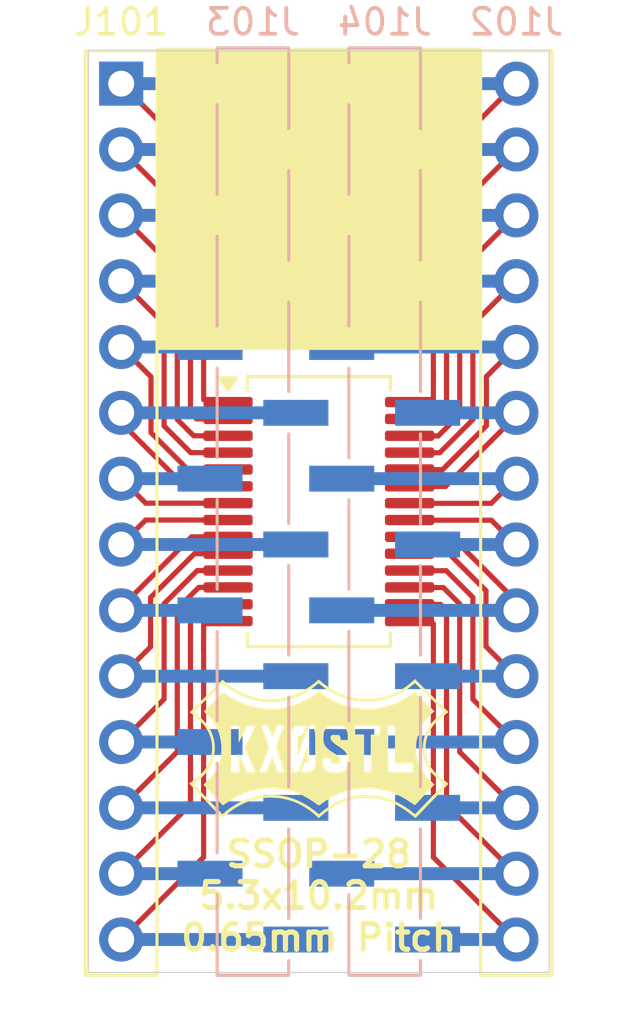
<source format=kicad_pcb>
(kicad_pcb (version 20241229) (generator "pcbnew") (generator_version "9.0")
  (layers (0 "F.Cu" signal) (2 "B.Cu" signal) (13 "F.Paste" user) (15 "B.Paste" user) (5 "F.SilkS" user "F.Silkscreen") (7 "B.SilkS" user "B.Silkscreen") (1 "F.Mask" user) (3 "B.Mask" user) (25 "Edge.Cuts" user))
  (net 0 "")
  (net 1 "/27")
  (net 2 "/10")
  (net 3 "/3")
  (net 4 "/6")
  (net 5 "/8")
  (net 6 "/1")
  (net 7 "/7")
  (net 8 "/28")
  (net 9 "/2")
  (net 10 "/24")
  (net 11 "/23")
  (net 12 "/19")
  (net 13 "/20")
  (net 14 "/18")
  (net 15 "/9")
  (net 16 "/14")
  (net 17 "/26")
  (net 18 "/21")
  (net 19 "/16")
  (net 20 "/15")
  (net 21 "/25")
  (net 22 "/17")
  (net 23 "/5")
  (net 24 "/4")
  (net 25 "/13")
  (net 26 "/12")
  (net 27 "/11")
  (net 28 "/22")
  (footprint "Connector_PinHeader_2.54mm:PinHeader_1x14_P2.54mm_Vertical" (layer "F.Cu") (at 123.952 86.614)
    (property "Reference" "J101" (at 0 -2.38 0) (layer "F.SilkS"))
    (property "Value" "Conn_01x26")
    (pad "1" thru_hole rect (at 0 0) (size 1.7 1.7) (drill 1) (layers "*.Cu" "*.Mask") (net 6 "/1"))
    (pad "2" thru_hole circle (at 0 2.54) (size 1.7 1.7) (drill 1) (layers "*.Cu" "*.Mask") (net 9 "/2"))
    (pad "3" thru_hole circle (at 0 5.08) (size 1.7 1.7) (drill 1) (layers "*.Cu" "*.Mask") (net 3 "/3"))
    (pad "4" thru_hole circle (at 0 7.62) (size 1.7 1.7) (drill 1) (layers "*.Cu" "*.Mask") (net 24 "/4"))
    (pad "5" thru_hole circle (at 0 10.16) (size 1.7 1.7) (drill 1) (layers "*.Cu" "*.Mask") (net 23 "/5"))
    (pad "6" thru_hole circle (at 0 12.7) (size 1.7 1.7) (drill 1) (layers "*.Cu" "*.Mask") (net 4 "/6"))
    (pad "7" thru_hole circle (at 0 15.24) (size 1.7 1.7) (drill 1) (layers "*.Cu" "*.Mask") (net 7 "/7"))
    (pad "8" thru_hole circle (at 0 17.78) (size 1.7 1.7) (drill 1) (layers "*.Cu" "*.Mask") (net 5 "/8"))
    (pad "9" thru_hole circle (at 0 20.32) (size 1.7 1.7) (drill 1) (layers "*.Cu" "*.Mask") (net 15 "/9"))
    (pad "10" thru_hole circle (at 0 22.86) (size 1.7 1.7) (drill 1) (layers "*.Cu" "*.Mask") (net 2 "/10"))
    (pad "11" thru_hole circle (at 0 25.4) (size 1.7 1.7) (drill 1) (layers "*.Cu" "*.Mask") (net 27 "/11"))
    (pad "12" thru_hole circle (at 0 27.94) (size 1.7 1.7) (drill 1) (layers "*.Cu" "*.Mask") (net 26 "/12"))
    (pad "13" thru_hole circle (at 0 30.48) (size 1.7 1.7) (drill 1) (layers "*.Cu" "*.Mask") (net 25 "/13"))
    (pad "14" thru_hole circle (at 0 33.02) (size 1.7 1.7) (drill 1) (layers "*.Cu" "*.Mask") (net 16 "/14"))
  )
  (footprint "Package_SO:SSOP-28_5.3x10.2mm_P0.65mm" (layer "F.Cu") (at 131.572 103.124)
    (property "Reference" "U101" (hide yes))
    (property "Value" "SSOP-28")
    (pad "1" smd roundrect (at -3.5 -4.225) (size 1.9 0.4) (layers "F.Cu" "F.Mask" "F.Paste") (net 6 "/1"))
    (pad "2" smd roundrect (at -3.5 -3.575) (size 1.9 0.4) (layers "F.Cu" "F.Mask" "F.Paste") (net 9 "/2"))
    (pad "3" smd roundrect (at -3.5 -2.925) (size 1.9 0.4) (layers "F.Cu" "F.Mask" "F.Paste") (net 3 "/3"))
    (pad "4" smd roundrect (at -3.5 -2.275) (size 1.9 0.4) (layers "F.Cu" "F.Mask" "F.Paste") (net 24 "/4"))
    (pad "5" smd roundrect (at -3.5 -1.625) (size 1.9 0.4) (layers "F.Cu" "F.Mask" "F.Paste") (net 23 "/5"))
    (pad "6" smd roundrect (at -3.5 -0.975) (size 1.9 0.4) (layers "F.Cu" "F.Mask" "F.Paste") (net 4 "/6"))
    (pad "7" smd roundrect (at -3.5 -0.325) (size 1.9 0.4) (layers "F.Cu" "F.Mask" "F.Paste") (net 7 "/7"))
    (pad "8" smd roundrect (at -3.5 0.325) (size 1.9 0.4) (layers "F.Cu" "F.Mask" "F.Paste") (net 5 "/8"))
    (pad "9" smd roundrect (at -3.5 0.975) (size 1.9 0.4) (layers "F.Cu" "F.Mask" "F.Paste") (net 15 "/9"))
    (pad "10" smd roundrect (at -3.5 1.625) (size 1.9 0.4) (layers "F.Cu" "F.Mask" "F.Paste") (net 2 "/10"))
    (pad "11" smd roundrect (at -3.5 2.275) (size 1.9 0.4) (layers "F.Cu" "F.Mask" "F.Paste") (net 27 "/11"))
    (pad "12" smd roundrect (at -3.5 2.925) (size 1.9 0.4) (layers "F.Cu" "F.Mask" "F.Paste") (net 26 "/12"))
    (pad "13" smd roundrect (at -3.5 3.575) (size 1.9 0.4) (layers "F.Cu" "F.Mask" "F.Paste") (net 25 "/13"))
    (pad "14" smd roundrect (at -3.5 4.225) (size 1.9 0.4) (layers "F.Cu" "F.Mask" "F.Paste") (net 16 "/14"))
    (pad "15" smd roundrect (at 3.5 4.225) (size 1.9 0.4) (layers "F.Cu" "F.Mask" "F.Paste") (net 20 "/15"))
    (pad "16" smd roundrect (at 3.5 3.575) (size 1.9 0.4) (layers "F.Cu" "F.Mask" "F.Paste") (net 19 "/16"))
    (pad "17" smd roundrect (at 3.5 2.925) (size 1.9 0.4) (layers "F.Cu" "F.Mask" "F.Paste") (net 22 "/17"))
    (pad "18" smd roundrect (at 3.5 2.275) (size 1.9 0.4) (layers "F.Cu" "F.Mask" "F.Paste") (net 14 "/18"))
    (pad "19" smd roundrect (at 3.5 1.625) (size 1.9 0.4) (layers "F.Cu" "F.Mask" "F.Paste") (net 12 "/19"))
    (pad "20" smd roundrect (at 3.5 0.975) (size 1.9 0.4) (layers "F.Cu" "F.Mask" "F.Paste") (net 13 "/20"))
    (pad "21" smd roundrect (at 3.5 0.325) (size 1.9 0.4) (layers "F.Cu" "F.Mask" "F.Paste") (net 18 "/21"))
    (pad "22" smd roundrect (at 3.5 -0.325) (size 1.9 0.4) (layers "F.Cu" "F.Mask" "F.Paste") (net 28 "/22"))
    (pad "23" smd roundrect (at 3.5 -0.975) (size 1.9 0.4) (layers "F.Cu" "F.Mask" "F.Paste") (net 11 "/23"))
    (pad "24" smd roundrect (at 3.5 -1.625) (size 1.9 0.4) (layers "F.Cu" "F.Mask" "F.Paste") (net 10 "/24"))
    (pad "25" smd roundrect (at 3.5 -2.275) (size 1.9 0.4) (layers "F.Cu" "F.Mask" "F.Paste") (net 21 "/25"))
    (pad "26" smd roundrect (at 3.5 -2.925) (size 1.9 0.4) (layers "F.Cu" "F.Mask" "F.Paste") (net 17 "/26"))
    (pad "27" smd roundrect (at 3.5 -3.575) (size 1.9 0.4) (layers "F.Cu" "F.Mask" "F.Paste") (net 1 "/27"))
    (pad "28" smd roundrect (at 3.5 -4.225) (size 1.9 0.4) (layers "F.Cu" "F.Mask" "F.Paste") (net 8 "/28"))
  )
  (footprint "libraries:Logo_10mm_inv" (layer "F.Cu") (at 131.572 112.268)
    (property "Reference" "G***" (hide yes))
    (property "Value" "LOGO" (hide yes))
  )
  (footprint "Connector_PinHeader_2.54mm:PinHeader_1x14_P2.54mm_Vertical_SMD_Pin1Right" (layer "B.Cu") (at 129.032 103.124 180)
    (property "Reference" "J103" (at 0 18.89 0) (layer "B.SilkS") (effects (justify mirror)))
    (property "Value" "Conn_01x26")
    (pad "1" smd rect (at 1.655 16.51 180) (size 2.51 1) (layers "B.Cu" "B.Mask" "B.Paste") (net 6 "/1"))
    (pad "2" smd rect (at -1.655 13.97 180) (size 2.51 1) (layers "B.Cu" "B.Mask" "B.Paste") (net 9 "/2"))
    (pad "3" smd rect (at 1.655 11.43 180) (size 2.51 1) (layers "B.Cu" "B.Mask" "B.Paste") (net 3 "/3"))
    (pad "4" smd rect (at -1.655 8.89 180) (size 2.51 1) (layers "B.Cu" "B.Mask" "B.Paste") (net 24 "/4"))
    (pad "5" smd rect (at 1.655 6.35 180) (size 2.51 1) (layers "B.Cu" "B.Mask" "B.Paste") (net 23 "/5"))
    (pad "6" smd rect (at -1.655 3.81 180) (size 2.51 1) (layers "B.Cu" "B.Mask" "B.Paste") (net 4 "/6"))
    (pad "7" smd rect (at 1.655 1.27 180) (size 2.51 1) (layers "B.Cu" "B.Mask" "B.Paste") (net 7 "/7"))
    (pad "8" smd rect (at -1.655 -1.27 180) (size 2.51 1) (layers "B.Cu" "B.Mask" "B.Paste") (net 5 "/8"))
    (pad "9" smd rect (at 1.655 -3.81 180) (size 2.51 1) (layers "B.Cu" "B.Mask" "B.Paste") (net 15 "/9"))
    (pad "10" smd rect (at -1.655 -6.35 180) (size 2.51 1) (layers "B.Cu" "B.Mask" "B.Paste") (net 2 "/10"))
    (pad "11" smd rect (at 1.655 -8.89 180) (size 2.51 1) (layers "B.Cu" "B.Mask" "B.Paste") (net 27 "/11"))
    (pad "12" smd rect (at -1.655 -11.43 180) (size 2.51 1) (layers "B.Cu" "B.Mask" "B.Paste") (net 26 "/12"))
    (pad "13" smd rect (at 1.655 -13.97 180) (size 2.51 1) (layers "B.Cu" "B.Mask" "B.Paste") (net 25 "/13"))
    (pad "14" smd rect (at -1.655 -16.51 180) (size 2.51 1) (layers "B.Cu" "B.Mask" "B.Paste") (net 16 "/14"))
  )
  (footprint "Connector_PinHeader_2.54mm:PinHeader_1x14_P2.54mm_Vertical_SMD_Pin1Right" (layer "B.Cu") (at 134.112 103.124 180)
    (property "Reference" "J104" (at 0 18.89 0) (layer "B.SilkS") (effects (justify mirror)))
    (property "Value" "Conn_01x26")
    (pad "1" smd rect (at 1.655 16.51 180) (size 2.51 1) (layers "B.Cu" "B.Mask" "B.Paste") (net 8 "/28"))
    (pad "2" smd rect (at -1.655 13.97 180) (size 2.51 1) (layers "B.Cu" "B.Mask" "B.Paste") (net 1 "/27"))
    (pad "3" smd rect (at 1.655 11.43 180) (size 2.51 1) (layers "B.Cu" "B.Mask" "B.Paste") (net 17 "/26"))
    (pad "4" smd rect (at -1.655 8.89 180) (size 2.51 1) (layers "B.Cu" "B.Mask" "B.Paste") (net 21 "/25"))
    (pad "5" smd rect (at 1.655 6.35 180) (size 2.51 1) (layers "B.Cu" "B.Mask" "B.Paste") (net 10 "/24"))
    (pad "6" smd rect (at -1.655 3.81 180) (size 2.51 1) (layers "B.Cu" "B.Mask" "B.Paste") (net 11 "/23"))
    (pad "7" smd rect (at 1.655 1.27 180) (size 2.51 1) (layers "B.Cu" "B.Mask" "B.Paste") (net 28 "/22"))
    (pad "8" smd rect (at -1.655 -1.27 180) (size 2.51 1) (layers "B.Cu" "B.Mask" "B.Paste") (net 18 "/21"))
    (pad "9" smd rect (at 1.655 -3.81 180) (size 2.51 1) (layers "B.Cu" "B.Mask" "B.Paste") (net 13 "/20"))
    (pad "10" smd rect (at -1.655 -6.35 180) (size 2.51 1) (layers "B.Cu" "B.Mask" "B.Paste") (net 12 "/19"))
    (pad "11" smd rect (at 1.655 -8.89 180) (size 2.51 1) (layers "B.Cu" "B.Mask" "B.Paste") (net 14 "/18"))
    (pad "12" smd rect (at -1.655 -11.43 180) (size 2.51 1) (layers "B.Cu" "B.Mask" "B.Paste") (net 22 "/17"))
    (pad "13" smd rect (at 1.655 -13.97 180) (size 2.51 1) (layers "B.Cu" "B.Mask" "B.Paste") (net 19 "/16"))
    (pad "14" smd rect (at -1.655 -16.51 180) (size 2.51 1) (layers "B.Cu" "B.Mask" "B.Paste") (net 20 "/15"))
  )
  (footprint "Connector_PinHeader_2.54mm:PinHeader_1x14_P2.54mm_Vertical" (layer "B.Cu") (at 139.192 86.614 180)
    (property "Reference" "J102" (at 0 2.38 0) (layer "B.SilkS") (effects (justify mirror)))
    (property "Value" "Conn_01x26")
    (pad "1" thru_hole circle (at 0 0 180) (size 1.7 1.7) (drill 1) (layers "*.Cu" "*.Mask") (net 8 "/28"))
    (pad "2" thru_hole circle (at 0 -2.54 180) (size 1.7 1.7) (drill 1) (layers "*.Cu" "*.Mask") (net 1 "/27"))
    (pad "3" thru_hole circle (at 0 -5.08 180) (size 1.7 1.7) (drill 1) (layers "*.Cu" "*.Mask") (net 17 "/26"))
    (pad "4" thru_hole circle (at 0 -7.62 180) (size 1.7 1.7) (drill 1) (layers "*.Cu" "*.Mask") (net 21 "/25"))
    (pad "5" thru_hole circle (at 0 -10.16 180) (size 1.7 1.7) (drill 1) (layers "*.Cu" "*.Mask") (net 10 "/24"))
    (pad "6" thru_hole circle (at 0 -12.7 180) (size 1.7 1.7) (drill 1) (layers "*.Cu" "*.Mask") (net 11 "/23"))
    (pad "7" thru_hole circle (at 0 -15.24 180) (size 1.7 1.7) (drill 1) (layers "*.Cu" "*.Mask") (net 28 "/22"))
    (pad "8" thru_hole circle (at 0 -17.78 180) (size 1.7 1.7) (drill 1) (layers "*.Cu" "*.Mask") (net 18 "/21"))
    (pad "9" thru_hole circle (at 0 -20.32 180) (size 1.7 1.7) (drill 1) (layers "*.Cu" "*.Mask") (net 13 "/20"))
    (pad "10" thru_hole circle (at 0 -22.86 180) (size 1.7 1.7) (drill 1) (layers "*.Cu" "*.Mask") (net 12 "/19"))
    (pad "11" thru_hole circle (at 0 -25.4 180) (size 1.7 1.7) (drill 1) (layers "*.Cu" "*.Mask") (net 14 "/18"))
    (pad "12" thru_hole circle (at 0 -27.94 180) (size 1.7 1.7) (drill 1) (layers "*.Cu" "*.Mask") (net 22 "/17"))
    (pad "13" thru_hole circle (at 0 -30.48 180) (size 1.7 1.7) (drill 1) (layers "*.Cu" "*.Mask") (net 19 "/16"))
    (pad "14" thru_hole circle (at 0 -33.02 180) (size 1.7 1.7) (drill 1) (layers "*.Cu" "*.Mask") (net 20 "/15"))
  )
  (gr_rect (start 125.349 85.2805) (end 137.795 96.8375) (stroke (width 0.1)) (fill yes) (layer "F.SilkS"))
  (gr_rect (start 122.682 85.344) (end 140.462 120.904) (stroke (width 0.05)) (fill no) (layer "Edge.Cuts"))
  (gr_text "SSOP-28\n5.3x10.2mm\n0.65mm Pitch" (at 131.572 120.142 0) (layer "F.SilkS") (effects (font (size 1 1) (thickness 0.2) (bold yes)) (justify bottom)))
  (segment (start 136.261845 99.555049) (end 136.496845 99.320049) (width 0.2) (layer "F.Cu") (net 1))
  (segment (start 136.496845 99.320049) (end 136.496845 91.831049) (width 0.2) (layer "F.Cu") (net 1))
  (segment (start 136.496845 91.831049) (end 139.167845 89.160049) (width 0.2) (layer "F.Cu") (net 1))
  (segment (start 135.170845 99.55505) (end 136.261845 99.555049) (width 0.2) (layer "F.Cu") (net 1))
  (segment (start 139.192 89.154) (end 135.767 89.154) (width 0.5) (layer "B.Cu") (net 1))
  (segment (start 127.949 104.749) (end 126.776 104.749) (width 0.2) (layer "F.Cu") (net 2))
  (segment (start 125.084673 108.341327) (end 125.084673 106.440327) (width 0.2) (layer "F.Cu") (net 2))
  (segment (start 123.952 109.474) (end 125.084673 108.341327) (width 0.2) (layer "F.Cu") (net 2))
  (segment (start 126.776 104.749) (end 125.099 106.426) (width 0.2) (layer "F.Cu") (net 2))
  (segment (start 123.952 109.474) (end 130.687 109.474) (width 0.5) (layer "B.Cu") (net 2))
  (segment (start 126.746 100.199) (end 126.115 99.568) (width 0.2) (layer "F.Cu") (net 3))
  (segment (start 126.115 99.568) (end 126.115 93.857) (width 0.2) (layer "F.Cu") (net 3))
  (segment (start 127.949 100.199) (end 126.746 100.199) (width 0.2) (layer "F.Cu") (net 3))
  (segment (start 126.115 93.857) (end 123.952 91.694) (width 0.2) (layer "F.Cu") (net 3))
  (segment (start 123.952 91.694) (end 127.377 91.694) (width 0.5) (layer "B.Cu") (net 3))
  (segment (start 123.952 99.691) (end 123.952 99.314) (width 0.2) (layer "F.Cu") (net 4))
  (segment (start 126.41 102.149) (end 123.952 99.691) (width 0.2) (layer "F.Cu") (net 4))
  (segment (start 127.949 102.149) (end 126.41 102.149) (width 0.2) (layer "F.Cu") (net 4))
  (segment (start 130.687 99.314) (end 123.952 99.314) (width 0.5) (layer "B.Cu") (net 4))
  (segment (start 127.949 103.449) (end 124.897 103.449) (width 0.2) (layer "F.Cu") (net 5))
  (segment (start 124.897 103.449) (end 123.952 104.394) (width 0.2) (layer "F.Cu") (net 5))
  (segment (start 123.952 104.394) (end 130.687 104.394) (width 0.5) (layer "B.Cu") (net 5))
  (segment (start 127.131 89.793) (end 123.952 86.614) (width 0.2) (layer "F.Cu") (net 6))
  (segment (start 127.131 97.536) (end 127.131 89.793) (width 0.2) (layer "F.Cu") (net 6))
  (segment (start 127.131 97.536) (end 127.131 98.806) (width 0.2) (layer "F.Cu") (net 6))
  (segment (start 127.377 86.614) (end 123.952 86.614) (width 0.5) (layer "B.Cu") (net 6))
  (segment (start 127.949 102.799) (end 124.897 102.799) (width 0.2) (layer "F.Cu") (net 7))
  (segment (start 124.897 102.799) (end 123.952 101.854) (width 0.2) (layer "F.Cu") (net 7))
  (segment (start 127.377 101.854) (end 123.952 101.854) (width 0.5) (layer "B.Cu") (net 7))
  (segment (start 135.988845 97.796049) (end 135.988845 98.812049) (width 0.2) (layer "F.Cu") (net 8))
  (segment (start 135.988845 98.087049) (end 135.988845 97.796049) (width 0.2) (layer "F.Cu") (net 8))
  (segment (start 135.988845 97.796049) (end 135.988845 89.799049) (width 0.2) (layer "F.Cu") (net 8))
  (segment (start 135.988845 89.799049) (end 139.167845 86.620049) (width 0.2) (layer "F.Cu") (net 8))
  (segment (start 132.457 86.614) (end 139.192 86.614) (width 0.5) (layer "B.Cu") (net 8))
  (segment (start 126.858 99.549) (end 126.623 99.314) (width 0.2) (layer "F.Cu") (net 9))
  (segment (start 126.623 99.314) (end 126.623 91.825) (width 0.2) (layer "F.Cu") (net 9))
  (segment (start 126.623 91.825) (end 123.952 89.154) (width 0.2) (layer "F.Cu") (net 9))
  (segment (start 127.949 99.549) (end 126.858 99.549) (width 0.2) (layer "F.Cu") (net 9))
  (segment (start 130.687 89.154) (end 123.952 89.154) (width 0.5) (layer "B.Cu") (net 9))
  (segment (start 138.035172 97.912722) (end 138.035172 99.813722) (width 0.2) (layer "F.Cu") (net 10))
  (segment (start 136.343845 101.505049) (end 138.020845 99.828049) (width 0.2) (layer "F.Cu") (net 10))
  (segment (start 139.167845 96.780049) (end 138.035172 97.912722) (width 0.2) (layer "F.Cu") (net 10))
  (segment (start 135.170845 101.505049) (end 136.343845 101.505049) (width 0.2) (layer "F.Cu") (net 10))
  (segment (start 132.457 96.774) (end 139.192 96.774) (width 0.5) (layer "B.Cu") (net 10))
  (segment (start 136.455845 102.155049) (end 139.167845 99.443049) (width 0.2) (layer "F.Cu") (net 11))
  (segment (start 139.167845 99.443049) (end 139.167845 99.320049) (width 0.2) (layer "F.Cu") (net 11))
  (segment (start 135.170845 102.155049) (end 136.455845 102.155049) (width 0.2) (layer "F.Cu") (net 11))
  (segment (start 135.767 99.314) (end 139.192 99.314) (width 0.5) (layer "B.Cu") (net 11))
  (segment (start 138.017845 108.33005) (end 139.167845 109.480049) (width 0.2) (layer "F.Cu") (net 12))
  (segment (start 135.170845 104.755049) (end 136.597845 104.755049) (width 0.2) (layer "F.Cu") (net 12))
  (segment (start 138.017845 106.175048) (end 138.017845 108.33005) (width 0.2) (layer "F.Cu") (net 12))
  (segment (start 136.597845 104.755049) (end 138.017845 106.175048) (width 0.2) (layer "F.Cu") (net 12))
  (segment (start 135.767 109.474) (end 139.192 109.474) (width 0.5) (layer "B.Cu") (net 12))
  (segment (start 135.170845 104.105048) (end 136.709845 104.105049) (width 0.2) (layer "F.Cu") (net 13))
  (segment (start 136.709845 104.105049) (end 139.167845 106.563049) (width 0.2) (layer "F.Cu") (net 13))
  (segment (start 139.167845 106.563049) (end 139.167845 106.940049) (width 0.2) (layer "F.Cu") (net 13))
  (segment (start 139.192 106.934) (end 132.457 106.934) (width 0.5) (layer "B.Cu") (net 13))
  (segment (start 135.170845 105.405049) (end 136.485845 105.405049) (width 0.2) (layer "F.Cu") (net 14))
  (segment (start 137.512845 106.432049) (end 137.512845 110.365049) (width 0.2) (layer "F.Cu") (net 14))
  (segment (start 136.485845 105.405049) (end 137.512845 106.432049) (width 0.2) (layer "F.Cu") (net 14))
  (segment (start 137.512845 110.365049) (end 139.167845 112.020049) (width 0.2) (layer "F.Cu") (net 14))
  (segment (start 139.192 112.014) (end 132.457 112.014) (width 0.5) (layer "B.Cu") (net 14))
  (segment (start 127.949 104.099) (end 126.664 104.099) (width 0.2) (layer "F.Cu") (net 15))
  (segment (start 123.952 106.811) (end 123.952 106.934) (width 0.2) (layer "F.Cu") (net 15))
  (segment (start 126.664 104.099) (end 123.952 106.811) (width 0.2) (layer "F.Cu") (net 15))
  (segment (start 127.377 106.934) (end 123.952 106.934) (width 0.5) (layer "B.Cu") (net 15))
  (segment (start 127.131 108.167) (end 127.131 108.458) (width 0.2) (layer "F.Cu") (net 16))
  (segment (start 127.131 108.458) (end 127.131 107.442) (width 0.2) (layer "F.Cu") (net 16))
  (segment (start 127.131 108.458) (end 127.131 116.455) (width 0.2) (layer "F.Cu") (net 16))
  (segment (start 127.131 116.455) (end 123.952 119.634) (width 0.2) (layer "F.Cu") (net 16))
  (segment (start 123.952 119.634) (end 130.687 119.634) (width 0.5) (layer "B.Cu") (net 16))
  (segment (start 137.004845 99.377735) (end 137.004845 93.863049) (width 0.2) (layer "F.Cu") (net 17))
  (segment (start 137.004845 93.863049) (end 139.167845 91.700049) (width 0.2) (layer "F.Cu") (net 17))
  (segment (start 135.170845 100.205049) (end 136.177531 100.205048) (width 0.2) (layer "F.Cu") (net 17))
  (segment (start 136.177531 100.205048) (end 137.004845 99.377735) (width 0.2) (layer "F.Cu") (net 17))
  (segment (start 132.457 91.694) (end 139.192 91.694) (width 0.5) (layer "B.Cu") (net 17))
  (segment (start 135.170845 103.455049) (end 138.222845 103.455049) (width 0.2) (layer "F.Cu") (net 18))
  (segment (start 138.222845 103.455049) (end 139.167845 104.400049) (width 0.2) (layer "F.Cu") (net 18))
  (segment (start 135.767 104.394) (end 139.192 104.394) (width 0.5) (layer "B.Cu") (net 18))
  (segment (start 136.496845 106.94005) (end 136.496845 114.429049) (width 0.2) (layer "F.Cu") (net 19))
  (segment (start 135.170845 106.705049) (end 136.261844 106.705049) (width 0.2) (layer "F.Cu") (net 19))
  (segment (start 136.496845 114.429049) (end 139.167845 117.100049) (width 0.2) (layer "F.Cu") (net 19))
  (segment (start 136.261844 106.705049) (end 136.496845 106.94005) (width 0.2) (layer "F.Cu") (net 19))
  (segment (start 139.192 117.094) (end 132.457 117.094) (width 0.5) (layer "B.Cu") (net 19))
  (segment (start 135.988845 116.461049) (end 139.167845 119.640049) (width 0.2) (layer "F.Cu") (net 20))
  (segment (start 135.988845 108.718049) (end 135.988845 107.448049) (width 0.2) (layer "F.Cu") (net 20))
  (segment (start 135.988845 108.718049) (end 135.988845 116.461049) (width 0.2) (layer "F.Cu") (net 20))
  (segment (start 135.767 119.634) (end 139.192 119.634) (width 0.5) (layer "B.Cu") (net 20))
  (segment (start 135.170845 100.855049) (end 136.231845 100.855049) (width 0.2) (layer "F.Cu") (net 21))
  (segment (start 136.231845 100.855049) (end 137.512846 99.574049) (width 0.2) (layer "F.Cu") (net 21))
  (segment (start 137.512845 95.895049) (end 139.167845 94.240049) (width 0.2) (layer "F.Cu") (net 21))
  (segment (start 137.512846 99.574049) (end 137.512845 95.895049) (width 0.2) (layer "F.Cu") (net 21))
  (segment (start 139.192 94.234) (end 135.767 94.234) (width 0.5) (layer "B.Cu") (net 21))
  (segment (start 137.004845 106.686049) (end 137.004845 112.397049) (width 0.2) (layer "F.Cu") (net 22))
  (segment (start 137.004845 112.397049) (end 139.167845 114.560049) (width 0.2) (layer "F.Cu") (net 22))
  (segment (start 136.373845 106.055049) (end 137.004845 106.686049) (width 0.2) (layer "F.Cu") (net 22))
  (segment (start 135.170845 106.05505) (end 136.373845 106.055049) (width 0.2) (layer "F.Cu") (net 22))
  (segment (start 135.767 114.554) (end 139.192 114.554) (width 0.5) (layer "B.Cu") (net 22))
  (segment (start 125.102 97.924) (end 123.952 96.774) (width 0.2) (layer "F.Cu") (net 23))
  (segment (start 126.522 101.499) (end 125.102 100.079) (width 0.2) (layer "F.Cu") (net 23))
  (segment (start 127.949 101.499) (end 126.522 101.499) (width 0.2) (layer "F.Cu") (net 23))
  (segment (start 125.102 100.079) (end 125.102 97.924) (width 0.2) (layer "F.Cu") (net 23))
  (segment (start 127.377 96.774) (end 123.952 96.774) (width 0.5) (layer "B.Cu") (net 23))
  (segment (start 127.949 100.849) (end 126.634 100.849) (width 0.2) (layer "F.Cu") (net 24))
  (segment (start 125.607 95.889) (end 123.952 94.234) (width 0.2) (layer "F.Cu") (net 24))
  (segment (start 125.607 99.822) (end 125.607 95.889) (width 0.2) (layer "F.Cu") (net 24))
  (segment (start 126.634 100.849) (end 125.607 99.822) (width 0.2) (layer "F.Cu") (net 24))
  (segment (start 130.687 94.234) (end 123.952 94.234) (width 0.5) (layer "B.Cu") (net 24))
  (segment (start 126.623 114.423) (end 123.952 117.094) (width 0.2) (layer "F.Cu") (net 25))
  (segment (start 126.623 106.934) (end 126.623 114.423) (width 0.2) (layer "F.Cu") (net 25))
  (segment (start 126.858 106.699) (end 126.623 106.934) (width 0.2) (layer "F.Cu") (net 25))
  (segment (start 127.949 106.699) (end 126.858 106.699) (width 0.2) (layer "F.Cu") (net 25))
  (segment (start 127.377 117.094) (end 123.952 117.094) (width 0.5) (layer "B.Cu") (net 25))
  (segment (start 126.115 106.876314) (end 126.115 112.391) (width 0.2) (layer "F.Cu") (net 26))
  (segment (start 127.949 106.049) (end 126.942314 106.049) (width 0.2) (layer "F.Cu") (net 26))
  (segment (start 126.942314 106.049) (end 126.115 106.876314) (width 0.2) (layer "F.Cu") (net 26))
  (segment (start 126.115 112.391) (end 123.952 114.554) (width 0.2) (layer "F.Cu") (net 26))
  (segment (start 123.952 114.554) (end 130.687 114.554) (width 0.5) (layer "B.Cu") (net 26))
  (segment (start 126.888 105.399) (end 125.607 106.68) (width 0.2) (layer "F.Cu") (net 27))
  (segment (start 127.949 105.399) (end 126.888 105.399) (width 0.2) (layer "F.Cu") (net 27))
  (segment (start 125.607 106.68) (end 125.607 110.359) (width 0.2) (layer "F.Cu") (net 27))
  (segment (start 125.607 110.359) (end 123.952 112.014) (width 0.2) (layer "F.Cu") (net 27))
  (segment (start 127.377 112.014) (end 123.952 112.014) (width 0.5) (layer "B.Cu") (net 27))
  (segment (start 135.170845 102.80505) (end 138.222844 102.805049) (width 0.2) (layer "F.Cu") (net 28))
  (segment (start 138.222844 102.805049) (end 139.167845 101.860049) (width 0.2) (layer "F.Cu") (net 28))
  (segment (start 139.192 101.854) (end 132.457 101.854) (width 0.5) (layer "B.Cu") (net 28))
)
</source>
